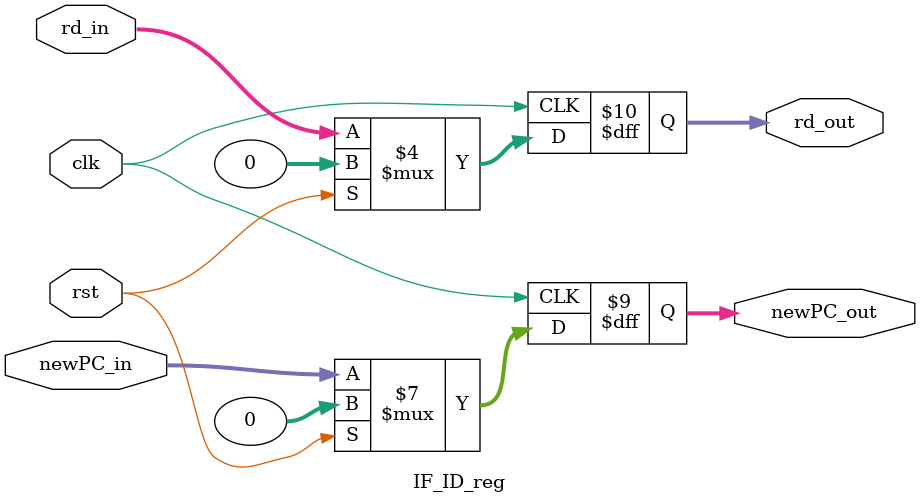
<source format=v>
module IF_ID_reg( rd_out, newPC_out, rd_in, newPC_in, clk, rst ) ;
	//reg [63:0]IF_ID ;
	input [31:0] rd_in, newPC_in ;
	output reg [31:0] newPC_out, rd_out ;
	input clk, rst ;
	
	always@( posedge clk ) 
	begin
		if ( rst == 1'b1 ) 
		begin
			newPC_out <= 32'd0 ;
			rd_out <= 32'd0 ;
		end 
		else 
		begin
			newPC_out <= newPC_in ;
			rd_out <= rd_in ;
		end 
	end 
	
endmodule
</source>
